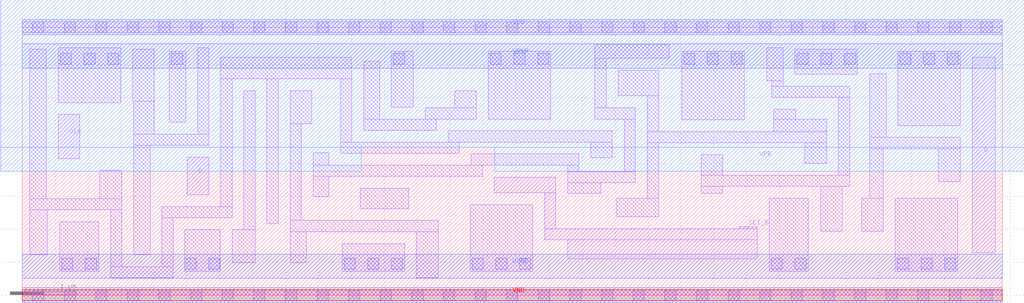
<source format=lef>
# Copyright 2020 The SkyWater PDK Authors
#
# Licensed under the Apache License, Version 2.0 (the "License");
# you may not use this file except in compliance with the License.
# You may obtain a copy of the License at
#
#     https://www.apache.org/licenses/LICENSE-2.0
#
# Unless required by applicable law or agreed to in writing, software
# distributed under the License is distributed on an "AS IS" BASIS,
# WITHOUT WARRANTIES OR CONDITIONS OF ANY KIND, either express or implied.
# See the License for the specific language governing permissions and
# limitations under the License.
#
# SPDX-License-Identifier: Apache-2.0

VERSION 5.7 ;
  NOWIREEXTENSIONATPIN ON ;
  DIVIDERCHAR "/" ;
  BUSBITCHARS "[]" ;
MACRO sky130_fd_sc_hvl__dfstp_1
  CLASS CORE ;
  FOREIGN sky130_fd_sc_hvl__dfstp_1 ;
  ORIGIN  0.000000  0.000000 ;
  SIZE  14.88000 BY  4.070000 ;
  SYMMETRY X Y ;
  SITE unithv ;
  PIN D
    ANTENNAGATEAREA  0.420000 ;
    DIRECTION INPUT ;
    USE SIGNAL ;
    PORT
      LAYER li1 ;
        RECT 2.505000 1.525000 2.835000 2.095000 ;
    END
  END D
  PIN Q
    ANTENNADIFFAREA  0.478750 ;
    DIRECTION OUTPUT ;
    USE SIGNAL ;
    PORT
      LAYER li1 ;
        RECT 14.420000 0.645000 14.770000 3.615000 ;
    END
  END Q
  PIN SET_B
    ANTENNAGATEAREA  0.840000 ;
    DIRECTION INPUT ;
    USE SIGNAL ;
    PORT
      LAYER li1 ;
        RECT  7.165000 1.555000  8.100000 1.795000 ;
        RECT  7.930000 0.840000 11.160000 1.010000 ;
        RECT  7.930000 1.010000  8.100000 1.555000 ;
        RECT  8.285000 0.555000 11.160000 0.840000 ;
        RECT 10.885000 1.010000 11.160000 1.040000 ;
    END
  END SET_B
  PIN CLK
    ANTENNAGATEAREA  0.585000 ;
    DIRECTION INPUT ;
    USE CLOCK ;
    PORT
      LAYER li1 ;
        RECT 0.545000 2.075000 0.875000 2.745000 ;
    END
  END CLK
  PIN VGND
    DIRECTION INOUT ;
    USE GROUND ;
    PORT
      LAYER met1 ;
        RECT 0.000000 0.255000 14.880000 0.625000 ;
    END
  END VGND
  PIN VNB
    DIRECTION INOUT ;
    USE GROUND ;
    PORT
      LAYER met1 ;
        RECT 0.000000 -0.115000 14.880000 0.115000 ;
      LAYER pwell ;
        RECT 0.000000 -0.085000 14.880000 0.085000 ;
    END
  END VNB
  PIN VPB
    DIRECTION INOUT ;
    USE POWER ;
    PORT
      LAYER met1 ;
        RECT 0.000000 3.955000 14.880000 4.185000 ;
      LAYER nwell ;
        RECT -0.330000 1.885000  5.145000 2.245000 ;
        RECT -0.330000 2.245000 15.210000 4.485000 ;
        RECT  7.170000 1.885000 15.210000 2.245000 ;
    END
  END VPB
  PIN VPWR
    DIRECTION INOUT ;
    USE POWER ;
    PORT
      LAYER met1 ;
        RECT 0.000000 3.445000 14.880000 3.815000 ;
    END
  END VPWR
  OBS
    LAYER li1 ;
      RECT  0.000000 -0.085000 14.880000 0.085000 ;
      RECT  0.000000  3.985000 14.880000 4.155000 ;
      RECT  0.115000  0.615000  0.380000 1.295000 ;
      RECT  0.115000  1.295000  1.510000 1.465000 ;
      RECT  0.115000  1.465000  0.365000 3.735000 ;
      RECT  0.545000  2.925000  1.495000 3.755000 ;
      RECT  0.570000  0.365000  1.160000 1.115000 ;
      RECT  1.180000  1.465000  1.510000 1.895000 ;
      RECT  1.340000  0.265000  2.290000 0.435000 ;
      RECT  1.340000  0.435000  1.510000 1.295000 ;
      RECT  1.675000  2.945000  2.005000 3.735000 ;
      RECT  1.690000  0.615000  1.940000 2.275000 ;
      RECT  1.690000  2.275000  2.835000 2.445000 ;
      RECT  1.690000  2.445000  2.005000 2.945000 ;
      RECT  2.120000  0.435000  2.290000 1.175000 ;
      RECT  2.120000  1.175000  3.185000 1.345000 ;
      RECT  2.235000  2.625000  2.485000 3.705000 ;
      RECT  2.470000  0.365000  3.005000 0.995000 ;
      RECT  2.665000  2.445000  2.835000 3.755000 ;
      RECT  3.015000  1.345000  3.185000 3.285000 ;
      RECT  3.015000  3.285000  5.005000 3.615000 ;
      RECT  3.185000  0.495000  3.535000 0.995000 ;
      RECT  3.365000  0.995000  3.535000 3.105000 ;
      RECT  3.715000  1.085000  3.885000 3.285000 ;
      RECT  4.065000  0.495000  4.315000 0.965000 ;
      RECT  4.065000  0.965000  6.315000 1.135000 ;
      RECT  4.065000  1.135000  4.235000 2.605000 ;
      RECT  4.065000  2.605000  4.395000 3.105000 ;
      RECT  4.415000  1.495000  4.655000 1.805000 ;
      RECT  4.415000  1.805000  6.985000 1.975000 ;
      RECT  4.415000  1.975000  4.655000 2.165000 ;
      RECT  4.835000  2.155000  6.635000 2.325000 ;
      RECT  4.835000  2.325000  5.005000 3.285000 ;
      RECT  4.855000  0.365000  5.805000 0.785000 ;
      RECT  5.135000  1.315000  5.865000 1.625000 ;
      RECT  5.185000  2.505000  6.285000 2.675000 ;
      RECT  5.185000  2.675000  5.425000 3.555000 ;
      RECT  5.605000  2.855000  5.935000 3.705000 ;
      RECT  5.985000  0.265000  6.315000 0.965000 ;
      RECT  6.115000  2.675000  6.895000 2.845000 ;
      RECT  6.465000  2.325000  8.960000 2.495000 ;
      RECT  6.565000  2.845000  6.895000 3.105000 ;
      RECT  6.800000  0.365000  7.750000 1.375000 ;
      RECT  6.815000  1.975000  8.450000 2.145000 ;
      RECT  7.075000  2.675000  8.025000 3.705000 ;
      RECT  8.280000  1.545000  8.785000 1.705000 ;
      RECT  8.280000  1.705000  9.310000 1.875000 ;
      RECT  8.280000  1.875000  8.450000 1.975000 ;
      RECT  8.630000  2.085000  8.960000 2.325000 ;
      RECT  8.695000  2.675000  9.310000 2.845000 ;
      RECT  8.695000  2.845000  8.865000 3.595000 ;
      RECT  8.695000  3.595000  9.825000 3.805000 ;
      RECT  9.025000  1.190000  9.660000 1.475000 ;
      RECT  9.045000  3.025000  9.660000 3.415000 ;
      RECT  9.140000  1.875000  9.310000 2.675000 ;
      RECT  9.490000  1.475000  9.660000 2.315000 ;
      RECT  9.490000  2.315000 12.210000 2.485000 ;
      RECT  9.490000  2.485000  9.660000 3.025000 ;
      RECT 10.010000  2.665000 10.960000 3.705000 ;
      RECT 10.305000  1.545000 10.635000 1.655000 ;
      RECT 10.305000  1.655000 12.560000 1.825000 ;
      RECT 10.305000  1.825000 10.635000 2.135000 ;
      RECT 11.300000  3.255000 11.550000 3.755000 ;
      RECT 11.340000  0.365000 11.930000 1.475000 ;
      RECT 11.380000  3.005000 12.560000 3.175000 ;
      RECT 11.380000  3.175000 11.550000 3.255000 ;
      RECT 11.410000  2.485000 12.210000 2.675000 ;
      RECT 11.410000  2.675000 11.740000 2.825000 ;
      RECT 11.730000  3.355000 12.680000 3.735000 ;
      RECT 11.880000  2.005000 12.210000 2.315000 ;
      RECT 12.120000  0.975000 12.450000 1.655000 ;
      RECT 12.390000  1.825000 12.560000 3.005000 ;
      RECT 12.745000  0.975000 13.075000 1.475000 ;
      RECT 12.865000  1.475000 13.075000 2.225000 ;
      RECT 12.865000  2.225000 14.240000 2.395000 ;
      RECT 12.865000  2.395000 13.115000 3.365000 ;
      RECT 13.255000  0.365000 14.205000 1.475000 ;
      RECT 13.295000  2.575000 14.240000 3.705000 ;
      RECT 13.910000  1.725000 14.240000 2.225000 ;
    LAYER mcon ;
      RECT  0.155000 -0.085000  0.325000 0.085000 ;
      RECT  0.155000  3.985000  0.325000 4.155000 ;
      RECT  0.575000  3.505000  0.745000 3.675000 ;
      RECT  0.600000  0.395000  0.770000 0.565000 ;
      RECT  0.635000 -0.085000  0.805000 0.085000 ;
      RECT  0.635000  3.985000  0.805000 4.155000 ;
      RECT  0.935000  3.505000  1.105000 3.675000 ;
      RECT  0.960000  0.395000  1.130000 0.565000 ;
      RECT  1.115000 -0.085000  1.285000 0.085000 ;
      RECT  1.115000  3.985000  1.285000 4.155000 ;
      RECT  1.295000  3.505000  1.465000 3.675000 ;
      RECT  1.595000 -0.085000  1.765000 0.085000 ;
      RECT  1.595000  3.985000  1.765000 4.155000 ;
      RECT  2.075000 -0.085000  2.245000 0.085000 ;
      RECT  2.075000  3.985000  2.245000 4.155000 ;
      RECT  2.265000  3.505000  2.435000 3.675000 ;
      RECT  2.470000  0.395000  2.640000 0.565000 ;
      RECT  2.555000 -0.085000  2.725000 0.085000 ;
      RECT  2.555000  3.985000  2.725000 4.155000 ;
      RECT  2.830000  0.395000  3.000000 0.565000 ;
      RECT  3.035000 -0.085000  3.205000 0.085000 ;
      RECT  3.035000  3.985000  3.205000 4.155000 ;
      RECT  3.515000 -0.085000  3.685000 0.085000 ;
      RECT  3.515000  3.985000  3.685000 4.155000 ;
      RECT  3.995000 -0.085000  4.165000 0.085000 ;
      RECT  3.995000  3.985000  4.165000 4.155000 ;
      RECT  4.475000 -0.085000  4.645000 0.085000 ;
      RECT  4.475000  3.985000  4.645000 4.155000 ;
      RECT  4.885000  0.395000  5.055000 0.565000 ;
      RECT  4.955000 -0.085000  5.125000 0.085000 ;
      RECT  4.955000  3.985000  5.125000 4.155000 ;
      RECT  5.245000  0.395000  5.415000 0.565000 ;
      RECT  5.435000 -0.085000  5.605000 0.085000 ;
      RECT  5.435000  3.985000  5.605000 4.155000 ;
      RECT  5.605000  0.395000  5.775000 0.565000 ;
      RECT  5.635000  3.505000  5.805000 3.675000 ;
      RECT  5.915000 -0.085000  6.085000 0.085000 ;
      RECT  5.915000  3.985000  6.085000 4.155000 ;
      RECT  6.395000 -0.085000  6.565000 0.085000 ;
      RECT  6.395000  3.985000  6.565000 4.155000 ;
      RECT  6.830000  0.395000  7.000000 0.565000 ;
      RECT  6.875000 -0.085000  7.045000 0.085000 ;
      RECT  6.875000  3.985000  7.045000 4.155000 ;
      RECT  7.105000  3.505000  7.275000 3.675000 ;
      RECT  7.190000  0.395000  7.360000 0.565000 ;
      RECT  7.355000 -0.085000  7.525000 0.085000 ;
      RECT  7.355000  3.985000  7.525000 4.155000 ;
      RECT  7.465000  3.505000  7.635000 3.675000 ;
      RECT  7.550000  0.395000  7.720000 0.565000 ;
      RECT  7.825000  3.505000  7.995000 3.675000 ;
      RECT  7.835000 -0.085000  8.005000 0.085000 ;
      RECT  7.835000  3.985000  8.005000 4.155000 ;
      RECT  8.315000 -0.085000  8.485000 0.085000 ;
      RECT  8.315000  3.985000  8.485000 4.155000 ;
      RECT  8.795000 -0.085000  8.965000 0.085000 ;
      RECT  8.795000  3.985000  8.965000 4.155000 ;
      RECT  9.275000 -0.085000  9.445000 0.085000 ;
      RECT  9.275000  3.985000  9.445000 4.155000 ;
      RECT  9.755000 -0.085000  9.925000 0.085000 ;
      RECT  9.755000  3.985000  9.925000 4.155000 ;
      RECT 10.040000  3.505000 10.210000 3.675000 ;
      RECT 10.235000 -0.085000 10.405000 0.085000 ;
      RECT 10.235000  3.985000 10.405000 4.155000 ;
      RECT 10.400000  3.505000 10.570000 3.675000 ;
      RECT 10.715000 -0.085000 10.885000 0.085000 ;
      RECT 10.715000  3.985000 10.885000 4.155000 ;
      RECT 10.760000  3.505000 10.930000 3.675000 ;
      RECT 11.195000 -0.085000 11.365000 0.085000 ;
      RECT 11.195000  3.985000 11.365000 4.155000 ;
      RECT 11.370000  0.395000 11.540000 0.565000 ;
      RECT 11.675000 -0.085000 11.845000 0.085000 ;
      RECT 11.675000  3.985000 11.845000 4.155000 ;
      RECT 11.730000  0.395000 11.900000 0.565000 ;
      RECT 11.760000  3.505000 11.930000 3.675000 ;
      RECT 12.120000  3.505000 12.290000 3.675000 ;
      RECT 12.155000 -0.085000 12.325000 0.085000 ;
      RECT 12.155000  3.985000 12.325000 4.155000 ;
      RECT 12.480000  3.505000 12.650000 3.675000 ;
      RECT 12.635000 -0.085000 12.805000 0.085000 ;
      RECT 12.635000  3.985000 12.805000 4.155000 ;
      RECT 13.115000 -0.085000 13.285000 0.085000 ;
      RECT 13.115000  3.985000 13.285000 4.155000 ;
      RECT 13.285000  0.395000 13.455000 0.565000 ;
      RECT 13.320000  3.505000 13.490000 3.675000 ;
      RECT 13.595000 -0.085000 13.765000 0.085000 ;
      RECT 13.595000  3.985000 13.765000 4.155000 ;
      RECT 13.645000  0.395000 13.815000 0.565000 ;
      RECT 13.680000  3.505000 13.850000 3.675000 ;
      RECT 14.005000  0.395000 14.175000 0.565000 ;
      RECT 14.040000  3.505000 14.210000 3.675000 ;
      RECT 14.075000 -0.085000 14.245000 0.085000 ;
      RECT 14.075000  3.985000 14.245000 4.155000 ;
      RECT 14.555000 -0.085000 14.725000 0.085000 ;
      RECT 14.555000  3.985000 14.725000 4.155000 ;
  END
END sky130_fd_sc_hvl__dfstp_1
END LIBRARY

</source>
